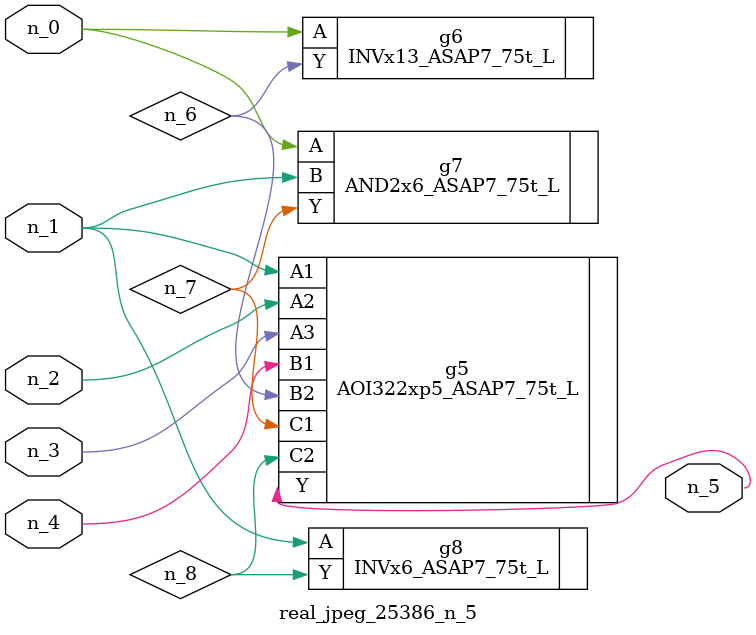
<source format=v>
module real_jpeg_25386_n_5 (n_4, n_0, n_1, n_2, n_3, n_5);

input n_4;
input n_0;
input n_1;
input n_2;
input n_3;

output n_5;

wire n_8;
wire n_6;
wire n_7;

INVx13_ASAP7_75t_L g6 ( 
.A(n_0),
.Y(n_6)
);

AND2x6_ASAP7_75t_L g7 ( 
.A(n_0),
.B(n_1),
.Y(n_7)
);

AOI322xp5_ASAP7_75t_L g5 ( 
.A1(n_1),
.A2(n_2),
.A3(n_3),
.B1(n_4),
.B2(n_6),
.C1(n_7),
.C2(n_8),
.Y(n_5)
);

INVx6_ASAP7_75t_L g8 ( 
.A(n_1),
.Y(n_8)
);


endmodule
</source>
